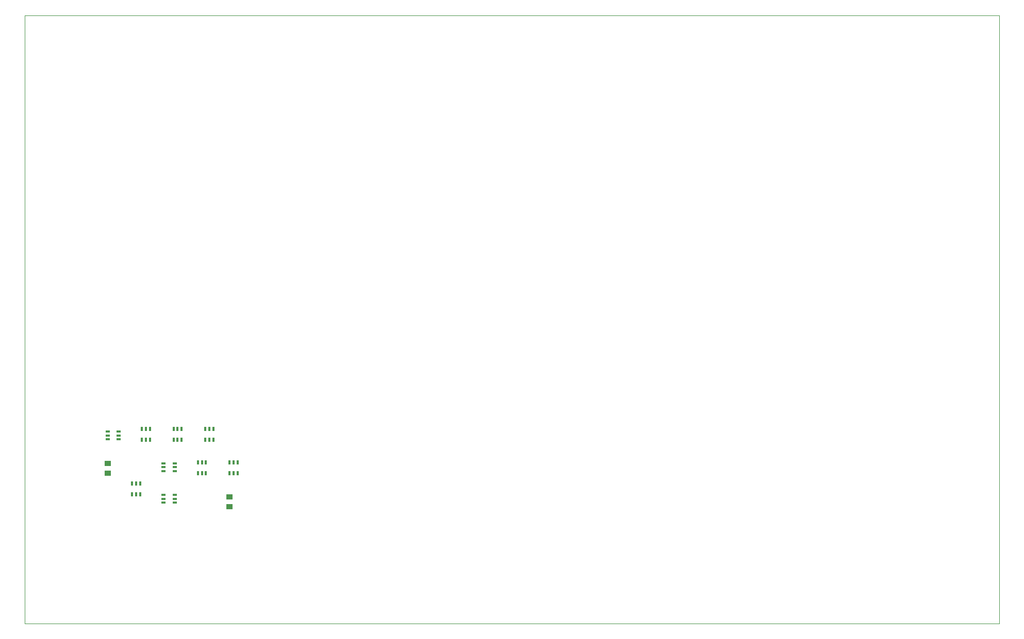
<source format=gtl>
G75*
%MOIN*%
%OFA0B0*%
%FSLAX25Y25*%
%IPPOS*%
%LPD*%
%AMOC8*
5,1,8,0,0,1.08239X$1,22.5*
%
%ADD10C,0.00472*%
%ADD11R,0.02756X0.01654*%
%ADD12R,0.01654X0.02756*%
%ADD13R,0.04000X0.03500*%
D10*
X0001236Y0001236D02*
X0631157Y0001236D01*
X0631157Y0394937D01*
X0001236Y0394937D01*
X0001236Y0394937D01*
X0001236Y0001236D01*
D11*
X0091000Y0079386D03*
X0091000Y0081945D03*
X0091000Y0084504D03*
X0098087Y0084504D03*
X0098087Y0081945D03*
X0098087Y0079386D03*
X0098087Y0099858D03*
X0098087Y0102417D03*
X0098087Y0104976D03*
X0091000Y0104976D03*
X0091000Y0102417D03*
X0091000Y0099858D03*
X0061866Y0120331D03*
X0061866Y0122890D03*
X0061866Y0125449D03*
X0054780Y0125449D03*
X0054780Y0122890D03*
X0054780Y0120331D03*
D12*
X0077024Y0120134D03*
X0079583Y0120134D03*
X0082142Y0120134D03*
X0082142Y0127220D03*
X0079583Y0127220D03*
X0077024Y0127220D03*
X0097496Y0127220D03*
X0100055Y0127220D03*
X0102614Y0127220D03*
X0102614Y0120134D03*
X0100055Y0120134D03*
X0097496Y0120134D03*
X0117969Y0120134D03*
X0120528Y0120134D03*
X0123087Y0120134D03*
X0123087Y0127220D03*
X0120528Y0127220D03*
X0117969Y0127220D03*
X0118362Y0105567D03*
X0115803Y0105567D03*
X0113244Y0105567D03*
X0113244Y0098480D03*
X0115803Y0098480D03*
X0118362Y0098480D03*
X0133717Y0098480D03*
X0136276Y0098480D03*
X0138835Y0098480D03*
X0138835Y0105567D03*
X0136276Y0105567D03*
X0133717Y0105567D03*
X0075843Y0091787D03*
X0073283Y0091787D03*
X0070724Y0091787D03*
X0070724Y0084701D03*
X0073283Y0084701D03*
X0075843Y0084701D03*
D13*
X0054780Y0098378D03*
X0054780Y0104882D03*
X0133520Y0083228D03*
X0133520Y0076724D03*
M02*

</source>
